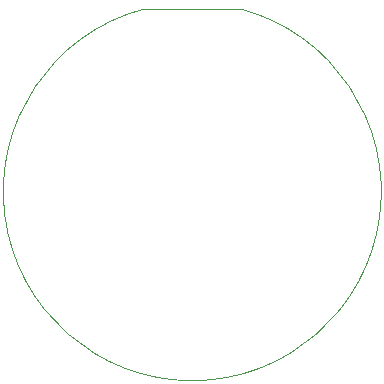
<source format=gm1>
G04*
G04 #@! TF.GenerationSoftware,Altium Limited,Altium Designer,23.3.1 (30)*
G04*
G04 Layer_Color=8508508*
%FSLAX43Y43*%
%MOMM*%
G71*
G04*
G04 #@! TF.SameCoordinates,68B4457D-8A2E-4C3C-B976-16FA262DB654*
G04*
G04*
G04 #@! TF.FilePolarity,Positive*
G04*
G01*
G75*
%ADD13C,0.100*%
D13*
X-4141Y15455D02*
G03*
X4141Y15455I4141J-15455D01*
G01*
X-4141D02*
X4141D01*
M02*

</source>
